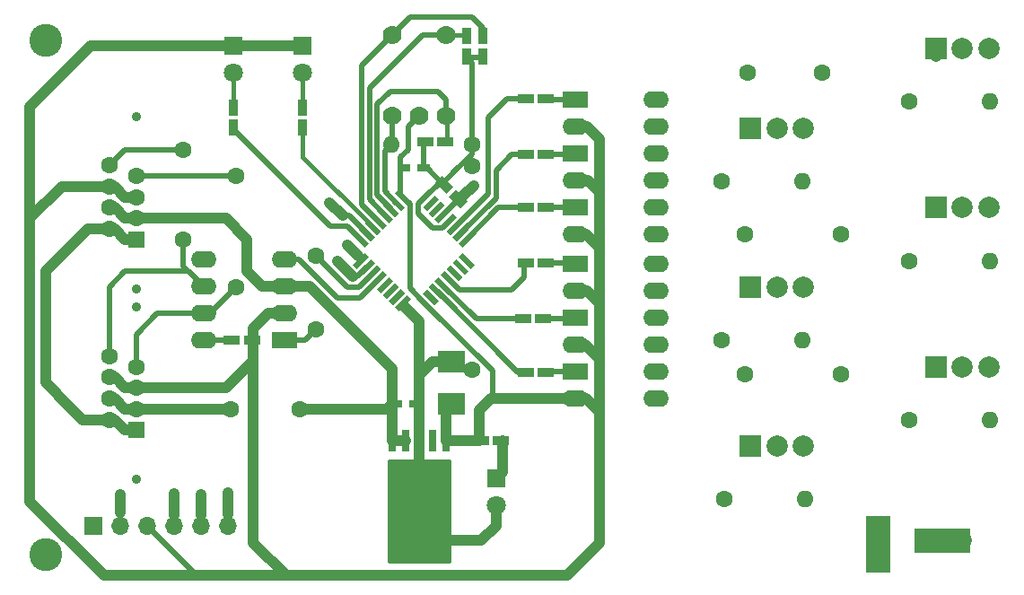
<source format=gbr>
G04 #@! TF.FileFunction,Copper,L2,Bot,Signal*
%FSLAX46Y46*%
G04 Gerber Fmt 4.6, Leading zero omitted, Abs format (unit mm)*
G04 Created by KiCad (PCBNEW 4.0.6) date 07/31/17 14:54:03*
%MOMM*%
%LPD*%
G01*
G04 APERTURE LIST*
%ADD10C,0.100000*%
%ADD11R,2.000000X2.000000*%
%ADD12C,2.000000*%
%ADD13C,1.600000*%
%ADD14O,1.600000X1.600000*%
%ADD15C,0.900000*%
%ADD16R,1.600000X1.600000*%
%ADD17R,2.500000X2.000000*%
%ADD18R,1.800000X1.800000*%
%ADD19C,1.800000*%
%ADD20R,2.400000X1.600000*%
%ADD21O,2.400000X1.600000*%
%ADD22R,1.700000X1.700000*%
%ADD23O,1.700000X1.700000*%
%ADD24C,1.778000*%
%ADD25R,0.680000X2.123950*%
%ADD26R,5.699760X3.749550*%
%ADD27R,1.524000X1.524000*%
%ADD28R,1.200000X0.750000*%
%ADD29R,0.900000X1.500000*%
%ADD30R,1.500000X0.900000*%
%ADD31C,3.110000*%
%ADD32C,1.000000*%
%ADD33C,1.500000*%
%ADD34C,0.500000*%
%ADD35C,0.400000*%
%ADD36C,0.254000*%
G04 APERTURE END LIST*
D10*
D11*
X158500000Y-121000000D03*
D12*
X161000000Y-121000000D03*
X163500000Y-121000000D03*
D13*
X156000000Y-126000000D03*
D14*
X163620000Y-126000000D03*
D15*
X100540000Y-107875000D03*
X100540000Y-124125000D03*
D13*
X100540000Y-113500000D03*
X100540000Y-115500000D03*
X100540000Y-117500000D03*
D16*
X100540000Y-119500000D03*
D13*
X98000000Y-112500000D03*
X98000000Y-114500000D03*
X98000000Y-116500000D03*
X98000000Y-118500000D03*
D15*
X100540000Y-89875000D03*
X100540000Y-106125000D03*
D13*
X100540000Y-95500000D03*
X100540000Y-97500000D03*
X100540000Y-99500000D03*
D16*
X100540000Y-101500000D03*
D13*
X98000000Y-94500000D03*
X98000000Y-96500000D03*
X98000000Y-98500000D03*
X98000000Y-100500000D03*
D11*
X176000000Y-98500000D03*
D12*
X178500000Y-98500000D03*
X181000000Y-98500000D03*
D17*
X130250000Y-117000000D03*
X130250000Y-113000000D03*
D18*
X116250000Y-83250000D03*
D19*
X116250000Y-85790000D03*
D18*
X109750000Y-83250000D03*
D19*
X109750000Y-85790000D03*
D18*
X134500000Y-124000000D03*
D19*
X134500000Y-126540000D03*
D20*
X142002000Y-88290000D03*
D21*
X149622000Y-90830000D03*
X142002000Y-90830000D03*
X149622000Y-88290000D03*
D20*
X142002000Y-93370000D03*
D21*
X149622000Y-95910000D03*
X142002000Y-95910000D03*
X149622000Y-93370000D03*
D20*
X142002000Y-98450000D03*
D21*
X149622000Y-100990000D03*
X142002000Y-100990000D03*
X149622000Y-98450000D03*
D20*
X142002000Y-103784000D03*
D21*
X149622000Y-106324000D03*
X142002000Y-106324000D03*
X149622000Y-103784000D03*
D20*
X142002000Y-108864000D03*
D21*
X149622000Y-111404000D03*
X142002000Y-111404000D03*
X149622000Y-108864000D03*
D20*
X142002000Y-113944000D03*
D21*
X149622000Y-116484000D03*
X142002000Y-116484000D03*
X149622000Y-113944000D03*
D22*
X96500000Y-128500000D03*
D23*
X99040000Y-128500000D03*
X101580000Y-128500000D03*
X104120000Y-128500000D03*
X106660000Y-128500000D03*
X109200000Y-128500000D03*
D24*
X129790000Y-82190000D03*
X124710000Y-82190000D03*
X124710000Y-89810000D03*
X127250000Y-89810000D03*
X129790000Y-89810000D03*
D10*
G36*
X128146536Y-96754757D02*
X128535445Y-97143666D01*
X127404074Y-98275037D01*
X127015165Y-97886128D01*
X128146536Y-96754757D01*
X128146536Y-96754757D01*
G37*
G36*
X128712221Y-97320443D02*
X129101130Y-97709352D01*
X127969759Y-98840723D01*
X127580850Y-98451814D01*
X128712221Y-97320443D01*
X128712221Y-97320443D01*
G37*
G36*
X129277907Y-97886128D02*
X129666816Y-98275037D01*
X128535445Y-99406408D01*
X128146536Y-99017499D01*
X129277907Y-97886128D01*
X129277907Y-97886128D01*
G37*
G36*
X129843592Y-98451813D02*
X130232501Y-98840722D01*
X129101130Y-99972093D01*
X128712221Y-99583184D01*
X129843592Y-98451813D01*
X129843592Y-98451813D01*
G37*
G36*
X130409278Y-99017499D02*
X130798187Y-99406408D01*
X129666816Y-100537779D01*
X129277907Y-100148870D01*
X130409278Y-99017499D01*
X130409278Y-99017499D01*
G37*
G36*
X130974963Y-99583184D02*
X131363872Y-99972093D01*
X130232501Y-101103464D01*
X129843592Y-100714555D01*
X130974963Y-99583184D01*
X130974963Y-99583184D01*
G37*
G36*
X131540648Y-100148870D02*
X131929557Y-100537779D01*
X130798186Y-101669150D01*
X130409277Y-101280241D01*
X131540648Y-100148870D01*
X131540648Y-100148870D01*
G37*
G36*
X132106334Y-100714555D02*
X132495243Y-101103464D01*
X131363872Y-102234835D01*
X130974963Y-101845926D01*
X132106334Y-100714555D01*
X132106334Y-100714555D01*
G37*
G36*
X132495243Y-103896536D02*
X132106334Y-104285445D01*
X130974963Y-103154074D01*
X131363872Y-102765165D01*
X132495243Y-103896536D01*
X132495243Y-103896536D01*
G37*
G36*
X131929557Y-104462221D02*
X131540648Y-104851130D01*
X130409277Y-103719759D01*
X130798186Y-103330850D01*
X131929557Y-104462221D01*
X131929557Y-104462221D01*
G37*
G36*
X131363872Y-105027907D02*
X130974963Y-105416816D01*
X129843592Y-104285445D01*
X130232501Y-103896536D01*
X131363872Y-105027907D01*
X131363872Y-105027907D01*
G37*
G36*
X130798187Y-105593592D02*
X130409278Y-105982501D01*
X129277907Y-104851130D01*
X129666816Y-104462221D01*
X130798187Y-105593592D01*
X130798187Y-105593592D01*
G37*
G36*
X130232501Y-106159278D02*
X129843592Y-106548187D01*
X128712221Y-105416816D01*
X129101130Y-105027907D01*
X130232501Y-106159278D01*
X130232501Y-106159278D01*
G37*
G36*
X129666816Y-106724963D02*
X129277907Y-107113872D01*
X128146536Y-105982501D01*
X128535445Y-105593592D01*
X129666816Y-106724963D01*
X129666816Y-106724963D01*
G37*
G36*
X129101130Y-107290648D02*
X128712221Y-107679557D01*
X127580850Y-106548186D01*
X127969759Y-106159277D01*
X129101130Y-107290648D01*
X129101130Y-107290648D01*
G37*
G36*
X128535445Y-107856334D02*
X128146536Y-108245243D01*
X127015165Y-107113872D01*
X127404074Y-106724963D01*
X128535445Y-107856334D01*
X128535445Y-107856334D01*
G37*
G36*
X126095926Y-106724963D02*
X126484835Y-107113872D01*
X125353464Y-108245243D01*
X124964555Y-107856334D01*
X126095926Y-106724963D01*
X126095926Y-106724963D01*
G37*
G36*
X125530241Y-106159277D02*
X125919150Y-106548186D01*
X124787779Y-107679557D01*
X124398870Y-107290648D01*
X125530241Y-106159277D01*
X125530241Y-106159277D01*
G37*
G36*
X124964555Y-105593592D02*
X125353464Y-105982501D01*
X124222093Y-107113872D01*
X123833184Y-106724963D01*
X124964555Y-105593592D01*
X124964555Y-105593592D01*
G37*
G36*
X124398870Y-105027907D02*
X124787779Y-105416816D01*
X123656408Y-106548187D01*
X123267499Y-106159278D01*
X124398870Y-105027907D01*
X124398870Y-105027907D01*
G37*
G36*
X123833184Y-104462221D02*
X124222093Y-104851130D01*
X123090722Y-105982501D01*
X122701813Y-105593592D01*
X123833184Y-104462221D01*
X123833184Y-104462221D01*
G37*
G36*
X123267499Y-103896536D02*
X123656408Y-104285445D01*
X122525037Y-105416816D01*
X122136128Y-105027907D01*
X123267499Y-103896536D01*
X123267499Y-103896536D01*
G37*
G36*
X122701814Y-103330850D02*
X123090723Y-103719759D01*
X121959352Y-104851130D01*
X121570443Y-104462221D01*
X122701814Y-103330850D01*
X122701814Y-103330850D01*
G37*
G36*
X122136128Y-102765165D02*
X122525037Y-103154074D01*
X121393666Y-104285445D01*
X121004757Y-103896536D01*
X122136128Y-102765165D01*
X122136128Y-102765165D01*
G37*
G36*
X122525037Y-101845926D02*
X122136128Y-102234835D01*
X121004757Y-101103464D01*
X121393666Y-100714555D01*
X122525037Y-101845926D01*
X122525037Y-101845926D01*
G37*
G36*
X123090723Y-101280241D02*
X122701814Y-101669150D01*
X121570443Y-100537779D01*
X121959352Y-100148870D01*
X123090723Y-101280241D01*
X123090723Y-101280241D01*
G37*
G36*
X123656408Y-100714555D02*
X123267499Y-101103464D01*
X122136128Y-99972093D01*
X122525037Y-99583184D01*
X123656408Y-100714555D01*
X123656408Y-100714555D01*
G37*
G36*
X124222093Y-100148870D02*
X123833184Y-100537779D01*
X122701813Y-99406408D01*
X123090722Y-99017499D01*
X124222093Y-100148870D01*
X124222093Y-100148870D01*
G37*
G36*
X124787779Y-99583184D02*
X124398870Y-99972093D01*
X123267499Y-98840722D01*
X123656408Y-98451813D01*
X124787779Y-99583184D01*
X124787779Y-99583184D01*
G37*
G36*
X125353464Y-99017499D02*
X124964555Y-99406408D01*
X123833184Y-98275037D01*
X124222093Y-97886128D01*
X125353464Y-99017499D01*
X125353464Y-99017499D01*
G37*
G36*
X125919150Y-98451814D02*
X125530241Y-98840723D01*
X124398870Y-97709352D01*
X124787779Y-97320443D01*
X125919150Y-98451814D01*
X125919150Y-98451814D01*
G37*
G36*
X126484835Y-97886128D02*
X126095926Y-98275037D01*
X124964555Y-97143666D01*
X125353464Y-96754757D01*
X126484835Y-97886128D01*
X126484835Y-97886128D01*
G37*
D25*
X129790520Y-120436500D03*
X127250520Y-120436500D03*
X128520520Y-120436500D03*
X125980520Y-120436500D03*
X124710520Y-120436500D03*
D26*
X127250000Y-129882000D03*
D11*
X176000000Y-83500000D03*
D12*
X178500000Y-83500000D03*
X181000000Y-83500000D03*
D11*
X158500000Y-91000000D03*
D12*
X161000000Y-91000000D03*
X163500000Y-91000000D03*
D11*
X158500000Y-106000000D03*
D12*
X161000000Y-106000000D03*
X163500000Y-106000000D03*
D11*
X176000000Y-113500000D03*
D12*
X178500000Y-113500000D03*
X181000000Y-113500000D03*
D13*
X173500000Y-88500000D03*
D14*
X181120000Y-88500000D03*
D13*
X155750000Y-96000000D03*
D14*
X163370000Y-96000000D03*
D13*
X173500000Y-103500000D03*
D14*
X181120000Y-103500000D03*
D13*
X155750000Y-111000000D03*
D14*
X163370000Y-111000000D03*
D13*
X173500000Y-118500000D03*
D14*
X181120000Y-118500000D03*
D13*
X132250000Y-92500000D03*
D14*
X124630000Y-92500000D03*
D20*
X114500000Y-111000000D03*
D21*
X106880000Y-103380000D03*
X114500000Y-108460000D03*
X106880000Y-105920000D03*
X114500000Y-105920000D03*
X106880000Y-108460000D03*
X114500000Y-103380000D03*
X106880000Y-111000000D03*
D27*
X170150000Y-128375000D03*
X170900000Y-128375000D03*
X170150000Y-129125000D03*
X170900000Y-129125000D03*
X170150000Y-129875000D03*
X170900000Y-129875000D03*
X170150000Y-130625000D03*
X170900000Y-130625000D03*
X170150000Y-131375000D03*
X170900000Y-131375000D03*
X170150000Y-132125000D03*
X170900000Y-132125000D03*
X174725000Y-129575000D03*
X175475000Y-129575000D03*
X176225000Y-129575000D03*
X176975000Y-129575000D03*
X177725000Y-129575000D03*
X178475000Y-129575000D03*
X174725000Y-130325000D03*
X175475000Y-130325000D03*
X176225000Y-130325000D03*
X176975000Y-130325000D03*
X177725000Y-130325000D03*
X178475000Y-130325000D03*
D28*
X127700000Y-94750000D03*
X125800000Y-94750000D03*
X125000000Y-117000000D03*
X126900000Y-117000000D03*
D29*
X116250000Y-90950000D03*
X116250000Y-89050000D03*
X109750000Y-90950000D03*
X109750000Y-89050000D03*
D30*
X134950000Y-120500000D03*
X133050000Y-120500000D03*
D10*
G36*
X128729721Y-96116117D02*
X129366117Y-95479721D01*
X130426777Y-96540381D01*
X129790381Y-97176777D01*
X128729721Y-96116117D01*
X128729721Y-96116117D01*
G37*
G36*
X130073223Y-97459619D02*
X130709619Y-96823223D01*
X131770279Y-97883883D01*
X131133883Y-98520279D01*
X130073223Y-97459619D01*
X130073223Y-97459619D01*
G37*
D30*
X109550000Y-111000000D03*
X111450000Y-111000000D03*
D29*
X133250000Y-84200000D03*
X133250000Y-82300000D03*
X131750000Y-84200000D03*
X131750000Y-82300000D03*
D30*
X127800000Y-92250000D03*
X129700000Y-92250000D03*
X139200000Y-88250000D03*
X137300000Y-88250000D03*
X139200000Y-93500000D03*
X137300000Y-93500000D03*
X139200000Y-98500000D03*
X137300000Y-98500000D03*
X139200000Y-103750000D03*
X137300000Y-103750000D03*
X138950000Y-109000000D03*
X137050000Y-109000000D03*
X139200000Y-114000000D03*
X137300000Y-114000000D03*
D31*
X92000000Y-131250000D03*
X92000000Y-82750000D03*
D13*
X158000000Y-101000000D03*
X167000000Y-101000000D03*
X165250000Y-85750000D03*
X158250000Y-85750000D03*
X158000000Y-114250000D03*
X167000000Y-114250000D03*
X132200000Y-113800000D03*
X132200000Y-94600000D03*
X116000000Y-117500000D03*
X109500000Y-117500000D03*
X110000000Y-95500000D03*
X110000000Y-106000000D03*
X105000000Y-93000000D03*
X105000000Y-101500000D03*
X117500000Y-103000000D03*
X117500000Y-110000000D03*
D32*
X157990000Y-100990000D02*
X158000000Y-101000000D01*
D33*
X178600000Y-129900000D02*
X176600000Y-129900000D01*
D32*
X163620000Y-121120000D02*
X163500000Y-121000000D01*
X181120000Y-103500000D02*
X181000000Y-103620000D01*
X163370000Y-96000000D02*
X163500000Y-96130000D01*
D34*
X132200000Y-94600000D02*
X131647183Y-94047183D01*
X130250000Y-113000000D02*
X132200000Y-113800000D01*
X132200000Y-94600000D02*
X131647183Y-94047183D01*
D32*
X127250520Y-120436500D02*
X127250520Y-117050520D01*
X127250520Y-117050520D02*
X127200000Y-117000000D01*
X127250520Y-120436500D02*
X127250520Y-129881480D01*
X127250520Y-129881480D02*
X127250000Y-129882000D01*
D34*
X125724695Y-107485103D02*
X125800000Y-107560408D01*
X125800000Y-107560408D02*
X125800000Y-107800000D01*
D32*
X125800000Y-107800000D02*
X127200000Y-109200000D01*
X127200000Y-109200000D02*
X127200000Y-114500000D01*
X127200000Y-117000000D02*
X127200000Y-114500000D01*
X127200000Y-114500000D02*
X127200000Y-114300000D01*
X127200000Y-114300000D02*
X128500000Y-113000000D01*
X128500000Y-113000000D02*
X130250000Y-113000000D01*
X134500000Y-126540000D02*
X134500000Y-128500000D01*
X133118000Y-129882000D02*
X127250000Y-129882000D01*
X134500000Y-128500000D02*
X133118000Y-129882000D01*
D34*
X127250520Y-120436500D02*
X127200000Y-120385980D01*
X127130840Y-99030840D02*
X128522103Y-100422103D01*
X128522103Y-100422103D02*
X129393583Y-100422103D01*
X129393583Y-100422103D02*
X129401652Y-100414034D01*
X129401652Y-100414034D02*
X130038047Y-99777639D01*
X127130840Y-98159362D02*
X127130840Y-99030840D01*
X127775305Y-97514897D02*
X127130840Y-98159362D01*
X127775305Y-97514897D02*
X129068019Y-96222183D01*
X131750000Y-84350000D02*
X133250000Y-84350000D01*
X129472183Y-96222183D02*
X130747183Y-94947183D01*
X130747183Y-94947183D02*
X131600000Y-94094366D01*
X131600000Y-94094366D02*
X132250000Y-93444366D01*
X132250000Y-93444366D02*
X132250000Y-92500000D01*
X132250000Y-92500000D02*
X132250000Y-84850000D01*
X132250000Y-84850000D02*
X131750000Y-84350000D01*
D35*
X128000000Y-94750000D02*
X127650000Y-94400000D01*
D34*
X127650000Y-94400000D02*
X127650000Y-92250000D01*
X128000000Y-94750000D02*
X129472183Y-96222183D01*
X129068019Y-96222183D02*
X129472183Y-96222183D01*
X127775305Y-97514897D02*
X127750000Y-97489592D01*
X101580000Y-128500000D02*
X106280000Y-133200000D01*
X106280000Y-133200000D02*
X107600000Y-133200000D01*
X127775305Y-107485103D02*
X134200000Y-113909798D01*
X134200000Y-113909798D02*
X134200000Y-116484000D01*
D32*
X98000000Y-96500000D02*
X93500000Y-96500000D01*
X93500000Y-96500000D02*
X90500000Y-99500000D01*
D34*
X111600000Y-111000000D02*
X111600000Y-109900000D01*
D32*
X111600000Y-112900000D02*
X111600000Y-130100000D01*
X111600000Y-130100000D02*
X114700000Y-133200000D01*
X97500000Y-133200000D02*
X90500000Y-126200000D01*
X90500000Y-126200000D02*
X90500000Y-99500000D01*
X90500000Y-99500000D02*
X90500000Y-89000000D01*
X96250000Y-83250000D02*
X109750000Y-83250000D01*
X90500000Y-89000000D02*
X96250000Y-83250000D01*
X97500000Y-133200000D02*
X97800000Y-133200000D01*
X114500000Y-108460000D02*
X113040000Y-108460000D01*
X109000000Y-115500000D02*
X100540000Y-115500000D01*
X111600000Y-112900000D02*
X109000000Y-115500000D01*
X111600000Y-109900000D02*
X111600000Y-112900000D01*
X113040000Y-108460000D02*
X111600000Y-109900000D01*
X98000000Y-114500000D02*
X98500000Y-114500000D01*
X98500000Y-114500000D02*
X99500000Y-115500000D01*
X99500000Y-115500000D02*
X100540000Y-115500000D01*
X98000000Y-96500000D02*
X98500000Y-96500000D01*
X98500000Y-96500000D02*
X99500000Y-97500000D01*
X99500000Y-97500000D02*
X100540000Y-97500000D01*
X144250000Y-120000000D02*
X144250000Y-130150000D01*
X144250000Y-130150000D02*
X141200000Y-133200000D01*
X141200000Y-133200000D02*
X114700000Y-133200000D01*
X144250000Y-117750000D02*
X144250000Y-120000000D01*
X114700000Y-133200000D02*
X107600000Y-133200000D01*
X107600000Y-133200000D02*
X98000000Y-133200000D01*
X98000000Y-133200000D02*
X97500000Y-133200000D01*
X142002000Y-116484000D02*
X134200000Y-116484000D01*
X134200000Y-116484000D02*
X134016000Y-116484000D01*
X132900000Y-117600000D02*
X132900000Y-120500000D01*
X134016000Y-116484000D02*
X132900000Y-117600000D01*
X132900000Y-120500000D02*
X129854020Y-120500000D01*
X129854020Y-120500000D02*
X129790520Y-120436500D01*
X129790520Y-120436500D02*
X129790520Y-117459480D01*
X129790520Y-117459480D02*
X130250000Y-117000000D01*
D34*
X126369160Y-100400000D02*
X126369160Y-101530840D01*
X126369160Y-98159362D02*
X126369160Y-100400000D01*
X126369160Y-100400000D02*
X126369160Y-106078958D01*
X126369160Y-106078958D02*
X127775305Y-107485103D01*
X125724695Y-97514897D02*
X126369160Y-98159362D01*
D32*
X109750000Y-83250000D02*
X116250000Y-83250000D01*
X144250000Y-97750000D02*
X144250000Y-92000000D01*
X144250000Y-92000000D02*
X143080000Y-90830000D01*
X143080000Y-90830000D02*
X142002000Y-90830000D01*
D34*
X125500000Y-94750000D02*
X125500000Y-93750000D01*
X126250000Y-90810000D02*
X127250000Y-89810000D01*
X126250000Y-93000000D02*
X126250000Y-90810000D01*
X125500000Y-93750000D02*
X126250000Y-93000000D01*
X125724695Y-97514897D02*
X125500000Y-97290202D01*
X125500000Y-97290202D02*
X125500000Y-94750000D01*
D32*
X142002000Y-116484000D02*
X142984000Y-116484000D01*
X142984000Y-116484000D02*
X144250000Y-117750000D01*
X142002000Y-111404000D02*
X142904000Y-111404000D01*
X142904000Y-111404000D02*
X144250000Y-112750000D01*
X142002000Y-106324000D02*
X143074000Y-106324000D01*
X143074000Y-106324000D02*
X144250000Y-107500000D01*
X142002000Y-100990000D02*
X142990000Y-100990000D01*
X142990000Y-100990000D02*
X144250000Y-102250000D01*
X142002000Y-95910000D02*
X143160000Y-95910000D01*
X143160000Y-95910000D02*
X144250000Y-97000000D01*
X144250000Y-97000000D02*
X144250000Y-97750000D01*
X144250000Y-97750000D02*
X144250000Y-102250000D01*
X144250000Y-102250000D02*
X144250000Y-107500000D01*
X144250000Y-107500000D02*
X144250000Y-112750000D01*
X144250000Y-112750000D02*
X144250000Y-117750000D01*
X100540000Y-117500000D02*
X109500000Y-117500000D01*
X116000000Y-117500000D02*
X124200000Y-117500000D01*
X124200000Y-117500000D02*
X124700000Y-117000000D01*
X117750000Y-106750000D02*
X124700000Y-113700000D01*
X124700000Y-113700000D02*
X124700000Y-117000000D01*
X114500000Y-105920000D02*
X116920000Y-105920000D01*
X116920000Y-105920000D02*
X117750000Y-106750000D01*
X114500000Y-105920000D02*
X115420000Y-105920000D01*
X124700000Y-116800000D02*
X124700000Y-117000000D01*
X114500000Y-105920000D02*
X112420000Y-105920000D01*
X111000000Y-104500000D02*
X111000000Y-103000000D01*
X112420000Y-105920000D02*
X111000000Y-104500000D01*
X100540000Y-99500000D02*
X109000000Y-99500000D01*
X109000000Y-99500000D02*
X111000000Y-101500000D01*
X111000000Y-101500000D02*
X111000000Y-103000000D01*
X113920000Y-105920000D02*
X114500000Y-105920000D01*
X98000000Y-116500000D02*
X98500000Y-116500000D01*
X98500000Y-116500000D02*
X99500000Y-117500000D01*
X99500000Y-117500000D02*
X100540000Y-117500000D01*
X98000000Y-98500000D02*
X98500000Y-98500000D01*
X98500000Y-98500000D02*
X99500000Y-99500000D01*
X99500000Y-99500000D02*
X100540000Y-99500000D01*
X125980520Y-120436500D02*
X124710520Y-120436500D01*
D34*
X124710520Y-120436500D02*
X124700000Y-120425980D01*
D32*
X124700000Y-120425980D02*
X124700000Y-117000000D01*
D35*
X116250000Y-85790000D02*
X116250000Y-88900000D01*
X109750000Y-85790000D02*
X109750000Y-88900000D01*
D32*
X135100000Y-120500000D02*
X135100000Y-123400000D01*
X135100000Y-123400000D02*
X134500000Y-124000000D01*
D34*
X132473528Y-98473528D02*
X133750000Y-97197056D01*
X133750000Y-90000000D02*
X135500000Y-88250000D01*
X133750000Y-97197056D02*
X133750000Y-90000000D01*
X130603732Y-100343324D02*
X132473528Y-98473528D01*
X135500000Y-88250000D02*
X137150000Y-88250000D01*
D32*
X176000000Y-83500000D02*
X176000000Y-84250000D01*
D34*
X131169417Y-100909010D02*
X134500000Y-97578427D01*
X136000000Y-93500000D02*
X137150000Y-93500000D01*
X134500000Y-95000000D02*
X136000000Y-93500000D01*
X134500000Y-97578427D02*
X134500000Y-95000000D01*
D32*
X149712000Y-96000000D02*
X149622000Y-95910000D01*
X149622000Y-95910000D02*
X149712000Y-96000000D01*
D34*
X131735103Y-101474695D02*
X134709798Y-98500000D01*
X134709798Y-98500000D02*
X137150000Y-98500000D01*
X130038047Y-105222361D02*
X131065686Y-106250000D01*
X137150000Y-105100000D02*
X137150000Y-103750000D01*
X136000000Y-106250000D02*
X137150000Y-105100000D01*
X131065686Y-106250000D02*
X136000000Y-106250000D01*
D32*
X158176000Y-106324000D02*
X158500000Y-106000000D01*
D34*
X129472361Y-105788047D02*
X132684314Y-109000000D01*
X132684314Y-109000000D02*
X136900000Y-109000000D01*
X128906676Y-106353732D02*
X136552944Y-114000000D01*
X136552944Y-114000000D02*
X137150000Y-114000000D01*
X106880000Y-108460000D02*
X107540000Y-108460000D01*
X107540000Y-108460000D02*
X110000000Y-106000000D01*
X110000000Y-95500000D02*
X100540000Y-95500000D01*
X106880000Y-108460000D02*
X102540000Y-108460000D01*
X100540000Y-110460000D02*
X100540000Y-113500000D01*
X102540000Y-108460000D02*
X100540000Y-110460000D01*
D32*
X94250000Y-117250000D02*
X92000000Y-115000000D01*
X92000000Y-104500000D02*
X94000000Y-102500000D01*
X92000000Y-115000000D02*
X92000000Y-104500000D01*
X98000000Y-100500000D02*
X96000000Y-100500000D01*
X96000000Y-100500000D02*
X94000000Y-102500000D01*
X95500000Y-118500000D02*
X98000000Y-118500000D01*
X94250000Y-117250000D02*
X95500000Y-118500000D01*
X98000000Y-118500000D02*
X98500000Y-118500000D01*
X98500000Y-118500000D02*
X99500000Y-119500000D01*
X99500000Y-119500000D02*
X100540000Y-119500000D01*
X98000000Y-100500000D02*
X98500000Y-100500000D01*
X98500000Y-100500000D02*
X99500000Y-101500000D01*
X99500000Y-101500000D02*
X100540000Y-101500000D01*
D34*
X106880000Y-105920000D02*
X105000000Y-104040000D01*
X99500000Y-93000000D02*
X98000000Y-94500000D01*
X105000000Y-93000000D02*
X99500000Y-93000000D01*
X105000000Y-104040000D02*
X105000000Y-101500000D01*
X98000000Y-112500000D02*
X98000000Y-106000000D01*
X105460000Y-104500000D02*
X106880000Y-105920000D01*
X99500000Y-104500000D02*
X105460000Y-104500000D01*
X98000000Y-106000000D02*
X99500000Y-104500000D01*
X99040000Y-128500000D02*
X99040000Y-127240000D01*
D32*
X99040000Y-127240000D02*
X99040000Y-125560000D01*
D34*
X121764897Y-103525305D02*
X121500000Y-103260408D01*
D32*
X121500000Y-103000000D02*
X120500000Y-102000000D01*
D34*
X121500000Y-103260408D02*
X121500000Y-103000000D01*
X121764897Y-103525305D02*
X121739592Y-103500000D01*
X104120000Y-128500000D02*
X104120000Y-127480000D01*
D32*
X104120000Y-127480000D02*
X104120000Y-125480000D01*
D34*
X122330583Y-104090990D02*
X121421573Y-105000000D01*
D32*
X121000000Y-105000000D02*
X119500000Y-103500000D01*
D34*
X121421573Y-105000000D02*
X121000000Y-105000000D01*
X106660000Y-128500000D02*
X106660000Y-127540000D01*
D32*
X106660000Y-127540000D02*
X106660000Y-125540000D01*
D34*
X131027817Y-97777817D02*
X131400000Y-97405634D01*
D32*
X131400000Y-97400000D02*
X132400000Y-96400000D01*
D34*
X131400000Y-97405634D02*
X131400000Y-97400000D01*
X129472361Y-99211953D02*
X130906497Y-97777817D01*
X130906497Y-97777817D02*
X131027817Y-97777817D01*
X109200000Y-128500000D02*
X109200000Y-127400000D01*
D32*
X109200000Y-127400000D02*
X109200000Y-125400000D01*
D34*
X122330583Y-100909010D02*
X120621573Y-99200000D01*
D32*
X120000000Y-99200000D02*
X118800000Y-98000000D01*
D34*
X120621573Y-99200000D02*
X120000000Y-99200000D01*
D35*
X116250000Y-91100000D02*
X116250000Y-93697056D01*
X116250000Y-93697056D02*
X122896268Y-100343324D01*
D34*
X121764897Y-101474695D02*
X120490202Y-100200000D01*
X118850000Y-100200000D02*
X109750000Y-91100000D01*
X120490202Y-100200000D02*
X118850000Y-100200000D01*
X106880000Y-111000000D02*
X109400000Y-111000000D01*
X124710000Y-82190000D02*
X126400000Y-80500000D01*
D35*
X133250000Y-81500000D02*
X133250000Y-82150000D01*
D34*
X132250000Y-80500000D02*
X133250000Y-81500000D01*
X126400000Y-80500000D02*
X132250000Y-80500000D01*
X123461953Y-99777639D02*
X121849996Y-98165682D01*
X121849996Y-85050004D02*
X124710000Y-82190000D01*
X121849996Y-98165682D02*
X121849996Y-85050004D01*
D35*
X131750000Y-82150000D02*
X131710000Y-82190000D01*
X131710000Y-82190000D02*
X129790000Y-82190000D01*
D34*
X124027639Y-99211953D02*
X122549998Y-97734312D01*
X127560000Y-82190000D02*
X129790000Y-82190000D01*
X122549998Y-87200002D02*
X127560000Y-82190000D01*
X122549998Y-97734312D02*
X122549998Y-87200002D01*
D35*
X129790000Y-89810000D02*
X129850000Y-89870000D01*
X129850000Y-89870000D02*
X129850000Y-92250000D01*
D34*
X129790000Y-89810000D02*
X129790000Y-88290000D01*
X123250000Y-97302944D02*
X124593324Y-98646268D01*
X123250000Y-88750000D02*
X123250000Y-97302944D01*
X124500000Y-87500000D02*
X123250000Y-88750000D01*
X129000000Y-87500000D02*
X124500000Y-87500000D01*
X129790000Y-88290000D02*
X129000000Y-87500000D01*
X125159010Y-98080583D02*
X124000000Y-96921573D01*
X124000000Y-93130000D02*
X124630000Y-92500000D01*
X124000000Y-96921573D02*
X124000000Y-93130000D01*
X124710000Y-92420000D02*
X124710000Y-89810000D01*
X114500000Y-103380000D02*
X115880000Y-103380000D01*
X119500000Y-107000000D02*
X121684314Y-107000000D01*
X115880000Y-103380000D02*
X119500000Y-107000000D01*
X121842157Y-106842157D02*
X121684314Y-107000000D01*
X122592157Y-106092157D02*
X123461953Y-105222361D01*
X122592157Y-106092157D02*
X121842157Y-106842157D01*
X114500000Y-111000000D02*
X116500000Y-111000000D01*
X121552944Y-106000000D02*
X122896268Y-104656676D01*
X120500000Y-106000000D02*
X121552944Y-106000000D01*
X117500000Y-103000000D02*
X120500000Y-106000000D01*
X116500000Y-111000000D02*
X117500000Y-110000000D01*
X142002000Y-88290000D02*
X139390000Y-88290000D01*
D35*
X139390000Y-88290000D02*
X139350000Y-88250000D01*
D34*
X139350000Y-93500000D02*
X141872000Y-93500000D01*
X141872000Y-93500000D02*
X142002000Y-93370000D01*
X142002000Y-98450000D02*
X139400000Y-98450000D01*
X139400000Y-98450000D02*
X139350000Y-98500000D01*
X139350000Y-103750000D02*
X141968000Y-103750000D01*
X141968000Y-103750000D02*
X142002000Y-103784000D01*
X139100000Y-109000000D02*
X141866000Y-109000000D01*
X141866000Y-109000000D02*
X142002000Y-108864000D01*
X142002000Y-113944000D02*
X139406000Y-113944000D01*
X139406000Y-113944000D02*
X139350000Y-114000000D01*
D36*
G36*
X130123000Y-131873000D02*
X124377000Y-131873000D01*
X124377000Y-122377000D01*
X130123000Y-122377000D01*
X130123000Y-131873000D01*
X130123000Y-131873000D01*
G37*
X130123000Y-131873000D02*
X124377000Y-131873000D01*
X124377000Y-122377000D01*
X130123000Y-122377000D01*
X130123000Y-131873000D01*
M02*

</source>
